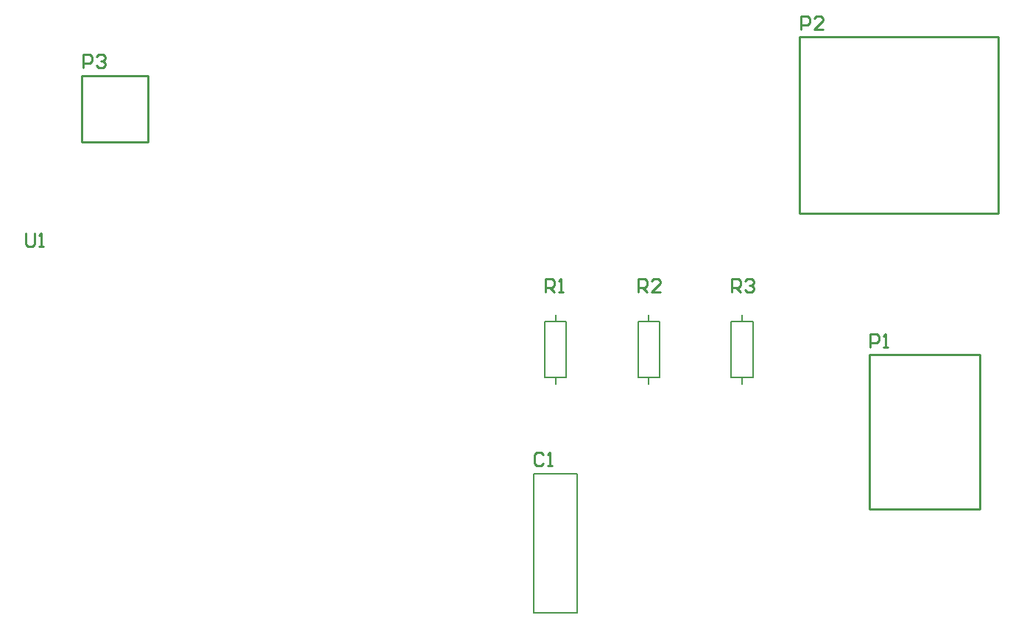
<source format=gto>
G04*
G04 #@! TF.GenerationSoftware,Altium Limited,Altium Designer,23.10.1 (27)*
G04*
G04 Layer_Color=65535*
%FSLAX44Y44*%
%MOMM*%
G71*
G04*
G04 #@! TF.SameCoordinates,65B3EC9E-D37A-46B0-B86B-2C063DE75700*
G04*
G04*
G04 #@! TF.FilePolarity,Positive*
G04*
G01*
G75*
%ADD10C,0.2540*%
%ADD11C,0.2000*%
D10*
X1073150Y775970D02*
Y979170D01*
X1301750Y775970D02*
Y979170D01*
X1073150D02*
X1301750D01*
X1073150Y775970D02*
X1301750D01*
X323850Y858520D02*
Y934720D01*
X247650Y858520D02*
Y934720D01*
Y858520D02*
X323850D01*
X247650Y934720D02*
X323850D01*
X1153160Y613410D02*
X1280160D01*
X1153160Y435610D02*
X1280160D01*
Y613410D01*
X1153160Y435610D02*
Y613410D01*
X182880Y753105D02*
Y740409D01*
X185419Y737870D01*
X190497D01*
X193037Y740409D01*
Y753105D01*
X198115Y737870D02*
X203193D01*
X200654D01*
Y753105D01*
X198115Y750566D01*
X1074420Y988060D02*
Y1003295D01*
X1082038D01*
X1084577Y1000756D01*
Y995677D01*
X1082038Y993138D01*
X1074420D01*
X1099812Y988060D02*
X1089655D01*
X1099812Y998217D01*
Y1000756D01*
X1097273Y1003295D01*
X1092194D01*
X1089655Y1000756D01*
X248920Y943610D02*
Y958845D01*
X256537D01*
X259077Y956306D01*
Y951227D01*
X256537Y948688D01*
X248920D01*
X264155Y956306D02*
X266694Y958845D01*
X271773D01*
X274312Y956306D01*
Y953767D01*
X271773Y951227D01*
X269233D01*
X271773D01*
X274312Y948688D01*
Y946149D01*
X271773Y943610D01*
X266694D01*
X264155Y946149D01*
X995172Y685546D02*
Y700781D01*
X1002790D01*
X1005329Y698242D01*
Y693164D01*
X1002790Y690624D01*
X995172D01*
X1000250D02*
X1005329Y685546D01*
X1010407Y698242D02*
X1012946Y700781D01*
X1018025D01*
X1020564Y698242D01*
Y695703D01*
X1018025Y693164D01*
X1015485D01*
X1018025D01*
X1020564Y690624D01*
Y688085D01*
X1018025Y685546D01*
X1012946D01*
X1010407Y688085D01*
X887857Y685546D02*
Y700781D01*
X895474D01*
X898014Y698242D01*
Y693164D01*
X895474Y690624D01*
X887857D01*
X892935D02*
X898014Y685546D01*
X913249D02*
X903092D01*
X913249Y695703D01*
Y698242D01*
X910710Y700781D01*
X905631D01*
X903092Y698242D01*
X780542Y685546D02*
Y700781D01*
X788159D01*
X790699Y698242D01*
Y693164D01*
X788159Y690624D01*
X780542D01*
X785620D02*
X790699Y685546D01*
X795777D02*
X800855D01*
X798316D01*
Y700781D01*
X795777Y698242D01*
X1154430Y622300D02*
Y637535D01*
X1162048D01*
X1164587Y634996D01*
Y629917D01*
X1162048Y627378D01*
X1154430D01*
X1169665Y622300D02*
X1174743D01*
X1172204D01*
Y637535D01*
X1169665Y634996D01*
X778253Y498598D02*
X775714Y501137D01*
X770635D01*
X768096Y498598D01*
Y488441D01*
X770635Y485902D01*
X775714D01*
X778253Y488441D01*
X783331Y485902D02*
X788409D01*
X785870D01*
Y501137D01*
X783331Y498598D01*
D11*
X1007110Y652260D02*
Y659510D01*
Y580010D02*
Y587260D01*
X994610D02*
X1019610D01*
Y652260D01*
X994610D02*
X1019610D01*
X994610Y587260D02*
Y652260D01*
X899795D02*
Y659510D01*
Y580010D02*
Y587260D01*
X887295D02*
X912295D01*
Y652260D01*
X887295D02*
X912295D01*
X887295Y587260D02*
Y652260D01*
X792480D02*
Y659510D01*
Y580010D02*
Y587260D01*
X779980D02*
X804980D01*
Y652260D01*
X779980D02*
X804980D01*
X779980Y587260D02*
Y652260D01*
X767480Y476240D02*
X817480D01*
X767480Y316240D02*
Y476240D01*
Y316240D02*
X817480D01*
Y476240D01*
M02*

</source>
